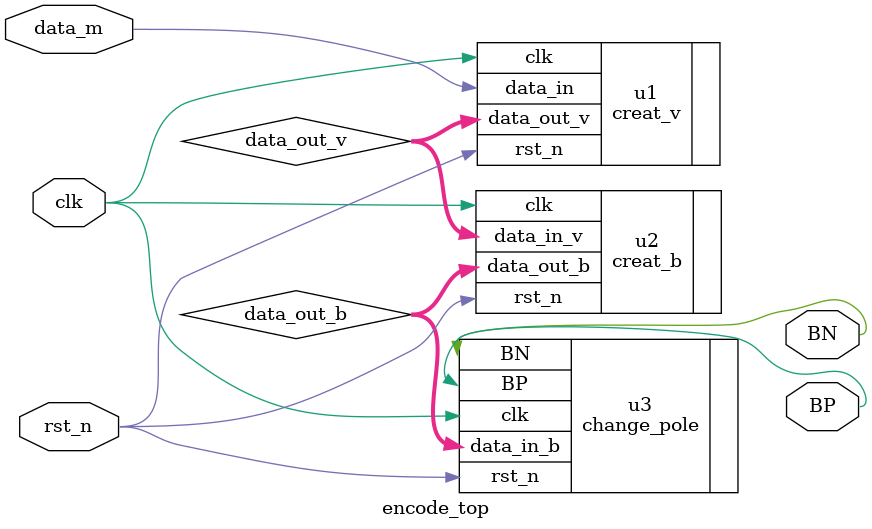
<source format=v>
`include "define.v"
module encode_top(
  input       wire    clk,
  input       wire    rst_n,
  input       wire    data_m,
  output      wire    BP,
  output      wire    BN
  );


wire [1:0] data_out_v;
wire [1:0] data_out_b;

creat_v u1(
  .clk(clk),
  .rst_n(rst_n),
  .data_in(data_m),
  .data_out_v(data_out_v)
  );
  
creat_b u2(
  .clk(clk),
  .rst_n(rst_n),
  .data_in_v(data_out_v),
  .data_out_b(data_out_b)
  );
  
change_pole u3(
 .clk(clk),
 .rst_n(rst_n),
 .data_in_b(data_out_b),
 .BP(BP),
 .BN(BN)
  );
 
endmodule
</source>
